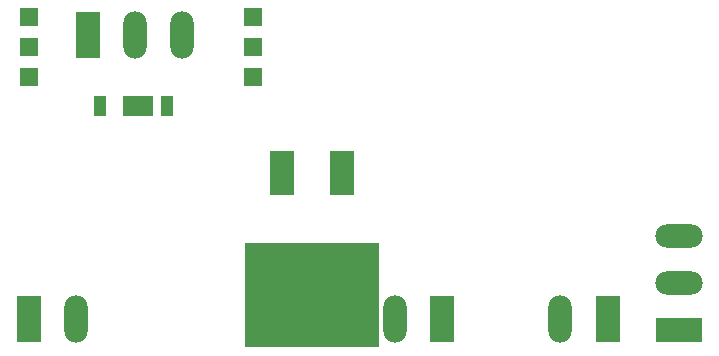
<source format=gtp>
G04*
G04 #@! TF.GenerationSoftware,Altium Limited,CircuitMaker,2.3.0 (2.3.0.3)*
G04*
G04 Layer_Color=7318015*
%FSLAX25Y25*%
%MOIN*%
G70*
G04*
G04 #@! TF.SameCoordinates,0492DEC5-DE9E-4361-A043-D8868978FAA7*
G04*
G04*
G04 #@! TF.FilePolarity,Positive*
G04*
G01*
G75*
%ADD15R,0.04331X0.06693*%
%ADD16R,0.09842X0.06693*%
%ADD17R,0.45000X0.35000*%
%ADD18R,0.08189X0.15000*%
%ADD19R,0.07874X0.15748*%
%ADD20O,0.07874X0.15748*%
%ADD21R,0.15748X0.07874*%
%ADD22O,0.15748X0.07874*%
%ADD23R,0.05905X0.05905*%
D15*
X228346Y279528D02*
D03*
X250787D02*
D03*
D16*
X240945D02*
D03*
D17*
X299213Y216535D02*
D03*
D18*
X289213Y257087D02*
D03*
X309213D02*
D03*
D19*
X342520Y208661D02*
D03*
X397638D02*
D03*
X204724D02*
D03*
X224409Y303150D02*
D03*
D20*
X326772Y208661D02*
D03*
X381890D02*
D03*
X220472D02*
D03*
X240158Y303150D02*
D03*
X255906D02*
D03*
D21*
X421260Y204724D02*
D03*
D22*
Y220472D02*
D03*
Y236220D02*
D03*
D23*
X204724Y309055D02*
D03*
Y289370D02*
D03*
Y299213D02*
D03*
X279528Y289370D02*
D03*
Y309055D02*
D03*
Y299213D02*
D03*
M02*

</source>
